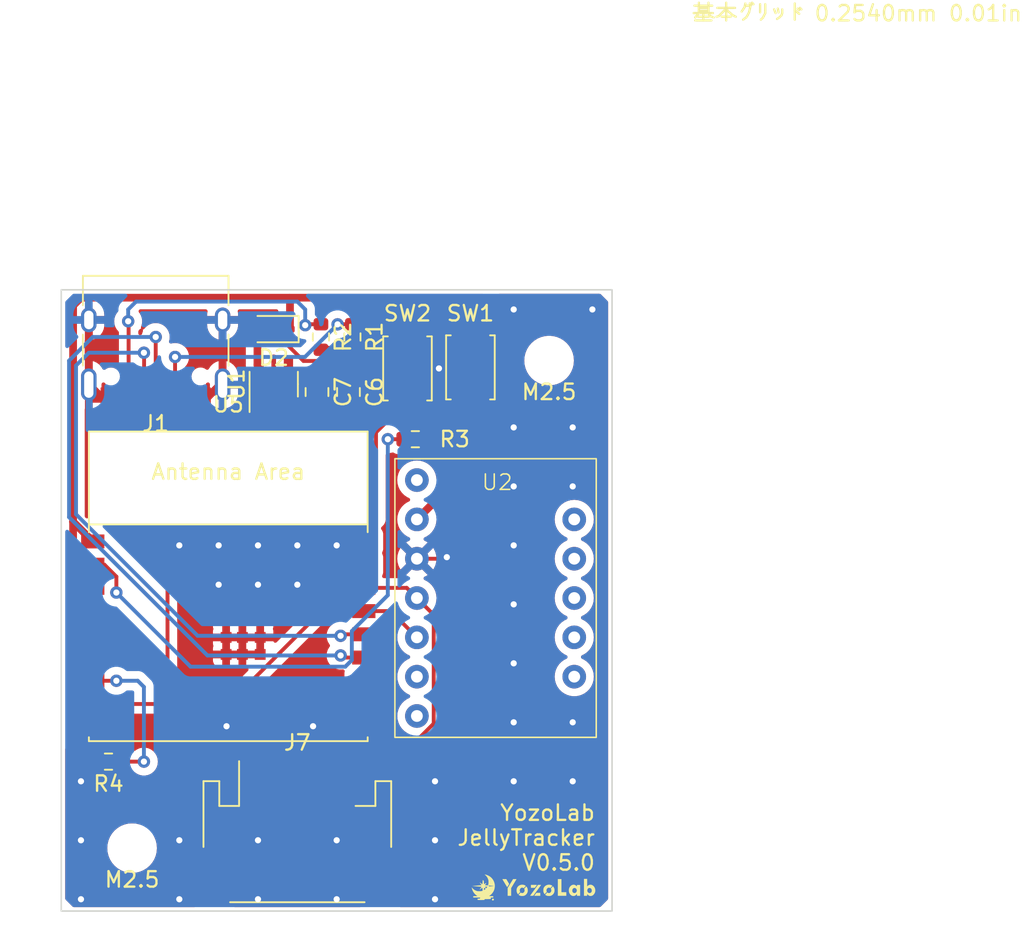
<source format=kicad_pcb>
(kicad_pcb (version 20221018) (generator pcbnew)
  (layers (0 "F.Cu" signal) (31 "B.Cu" signal) (34 "B.Paste" user) (35 "F.Paste" user) (36 "B.SilkS" user "B.Silkscreen") (37 "F.SilkS" user "F.Silkscreen") (38 "B.Mask" user) (39 "F.Mask" user) (44 "Edge.Cuts" user))
  (net 0 "")
  (net 1 "Net-(J1-CC1)")
  (net 2 "D+")
  (net 3 "D-")
  (net 5 "Net-(J1-CC2)")
  (net 7 "RESET")
  (net 8 "SDA")
  (net 9 "SCL")
  (net 10 "NotLow")
  (net 18 "EN{slash}ESP")
  (net 19 "3.3V")
  (net 20 "Net-(D2-A)")
  (net 21 "5V")
  (net 22 "GND")
  (net 33 "unconnected-(U1-BP-Pad4)")
  (footprint "PCM_Espressif:ESP32-C3-WROOM-02" (layer "F.Cu") (at 130.162 83.116)
    (fp_text reference "U5" (at 0 -14.75) (layer "F.SilkS"))
    (fp_text value "ESP32-C3-WROOM-02")
    (fp_text user "Antenna Area" (at 0 -10.4) (layer "F.SilkS"))
    (pad "1" smd rect (at -8.75 -5.9) (size 1.5 0.9) (layers "F.Cu" "F.Paste" "F.Mask") (net 19 "3.3V"))
    (pad "2" smd rect (at -8.75 -4.4) (size 1.5 0.9) (layers "F.Cu" "F.Paste" "F.Mask") (net 18 "EN{slash}ESP"))
    (pad "3" smd rect (at -8.75 -2.9) (size 1.5 0.9) (layers "F.Cu" "F.Paste" "F.Mask"))
    (pad "4" smd rect (at -8.75 -1.4) (size 1.5 0.9) (layers "F.Cu" "F.Paste" "F.Mask"))
    (pad "5" smd rect (at -8.75 0.1) (size 1.5 0.9) (layers "F.Cu" "F.Paste" "F.Mask"))
    (pad "6" smd rect (at -8.75 1.6) (size 1.5 0.9) (layers "F.Cu" "F.Paste" "F.Mask"))
    (pad "7" smd rect (at -8.75 3.1) (size 1.5 0.9) (layers "F.Cu" "F.Paste" "F.Mask") (net 10 "NotLow"))
    (pad "8" smd rect (at -8.75 4.6) (size 1.5 0.9) (layers "F.Cu" "F.Paste" "F.Mask") (net 7 "RESET"))
    (pad "9" smd rect (at -8.75 6.1) (size 1.5 0.9) (layers "F.Cu" "F.Paste" "F.Mask") (net 22 "GND"))
    (pad "10" smd rect (at 8.75 6.1 180) (size 1.5 0.9) (layers "F.Cu" "F.Paste" "F.Mask"))
    (pad "11" smd rect (at 8.75 4.6 180) (size 1.5 0.9) (layers "F.Cu" "F.Paste" "F.Mask"))
    (pad "12" smd rect (at 8.75 3.1 180) (size 1.5 0.9) (layers "F.Cu" "F.Paste" "F.Mask"))
    (pad "13" smd rect (at 8.75 1.6 180) (size 1.5 0.9) (layers "F.Cu" "F.Paste" "F.Mask") (net 3 "D-"))
    (pad "14" smd rect (at 8.75 0.1 180) (size 1.5 0.9) (layers "F.Cu" "F.Paste" "F.Mask") (net 2 "D+"))
    (pad "15" smd rect (at 8.75 -1.4 180) (size 1.5 0.9) (layers "F.Cu" "F.Paste" "F.Mask") (net 8 "SDA"))
    (pad "16" smd rect (at 8.75 -2.9 180) (size 1.5 0.9) (layers "F.Cu" "F.Paste" "F.Mask") (net 9 "SCL"))
    (pad "17" smd rect (at 8.75 -4.4 180) (size 1.5 0.9) (layers "F.Cu" "F.Paste" "F.Mask"))
    (pad "18" smd rect (at 8.75 -5.9 180) (size 1.5 0.9) (layers "F.Cu" "F.Paste" "F.Mask"))
    (pad "19" smd rect (at -0.14 -0.8 180) (size 0.7 0.7) (layers "F.Cu" "F.Paste" "F.Mask") (net 22 "GND"))
    (pad "19" smd rect (at -0.14 0.3 180) (size 0.7 0.7) (layers "F.Cu" "F.Paste" "F.Mask") (net 22 "GND"))
    (pad "19" smd rect (at -0.14 1.4 180) (size 0.7 0.7) (layers "F.Cu" "F.Paste" "F.Mask") (net 22 "GND"))
    (pad "19" smd rect (at 0.91 -0.8 180) (size 0.7 0.7) (layers "F.Cu" "F.Paste" "F.Mask") (net 22 "GND"))
    (pad "19" smd rect (at 0.91 0.3 180) (size 0.7 0.7) (layers "F.Cu" "F.Paste" "F.Mask") (net 22 "GND"))
    (pad "19" smd rect (at 0.91 1.4 180) (size 0.7 0.7) (layers "F.Cu" "F.Paste" "F.Mask") (net 22 "GND"))
    (pad "19" smd rect (at 2.06 -0.8 180) (size 0.7 0.7) (layers "F.Cu" "F.Paste" "F.Mask") (net 22 "GND"))
    (pad "19" smd rect (at 2.06 0.3 180) (size 0.7 0.7) (layers "F.Cu" "F.Paste" "F.Mask") (net 22 "GND"))
    (pad "19" smd rect (at 2.06 1.4 180) (size 0.7 0.7) (layers "F.Cu" "F.Paste" "F.Mask") (net 22 "GND"))
    (zone (net 0) (net_name "") (layers "*.Cu") (name "antenna keepout") (connect_pads (clearance 0)) (min_thickness 0.254)
      (keepout (tracks not_allowed) (vias not_allowed) (pads not_allowed) (copperpour not_allowed) (footprints not_allowed))
      (fill (thermal_gap 0.508) (thermal_bridge_width 0.508))
      (polygon (pts (xy 139.162 76.116) (xy 121.162 76.116) (xy 121.162 70.116) (xy 139.162 70.116)))
    )
  )
  (footprint "Resistor_SMD:R_0603_1608Metric" (layer "F.Cu") (at 142.24 70.612)
    (fp_text reference "R3" (at 2.54 0) (layer "F.SilkS"))
    (fp_text value "10k")
    (pad "1" smd roundrect (at -0.825 0) (size 0.8 0.95) (layers "F.Cu" "F.Paste" "F.Mask") (net 18 "EN{slash}ESP"))
    (pad "2" smd roundrect (at 0.825 0) (size 0.8 0.95) (layers "F.Cu" "F.Paste" "F.Mask") (net 19 "3.3V"))
  )
  (footprint "Button_Switch_SMD:SW_Push_SPST_NO_Alps_SKRK" (layer "F.Cu") (at 145.796 65.972 90)
    (fp_text reference "SW1" (at 3.488 0 180) (layer "F.SilkS"))
    (fp_text value "SW_Push")
    (pad "1" smd roundrect (at -2.1 0 90) (size 0.8 2) (layers "F.Cu" "F.Paste" "F.Mask") (net 18 "EN{slash}ESP"))
    (pad "2" smd roundrect (at 2.1 0 90) (size 0.8 2) (layers "F.Cu" "F.Paste" "F.Mask") (net 22 "GND"))
  )
  (footprint "Resistor_SMD:R_0603_1608Metric" (layer "F.Cu") (at 122.428 91.44 180)
    (fp_text reference "R4" (at 0 -1.43) (layer "F.SilkS"))
    (fp_text value "10k")
    (pad "1" smd roundrect (at -0.825 0 180) (size 0.8 0.95) (layers "F.Cu" "F.Paste" "F.Mask") (net 10 "NotLow"))
    (pad "2" smd roundrect (at 0.825 0 180) (size 0.8 0.95) (layers "F.Cu" "F.Paste" "F.Mask") (net 19 "3.3V"))
  )
  (footprint "Connector_USB:USB_C_Receptacle_HRO_TYPE-C-31-M-12" (layer "F.Cu") (at 125.476 63.956 180)
    (fp_text reference "J1" (at 0 -5.645) (layer "F.SilkS"))
    (fp_text value "USB_C_Receptacle_USB2.0")
    (pad "" np_thru_hole circle (at -2.89 -2.6 180) (size 0.65 0.65) (drill 0.65) (layers "*.Cu" "*.Mask"))
    (pad "" np_thru_hole circle (at 2.89 -2.6 180) (size 0.65 0.65) (drill 0.65) (layers "*.Cu" "*.Mask"))
    (pad "A1" smd rect (at -3.25 -4.045 180) (size 0.6 1.45) (layers "F.Cu" "F.Paste" "F.Mask") (net 22 "GND"))
    (pad "A4" smd rect (at -2.45 -4.045 180) (size 0.6 1.45) (layers "F.Cu" "F.Paste" "F.Mask") (net 21 "5V"))
    (pad "A5" smd rect (at -1.25 -4.045 180) (size 0.3 1.45) (layers "F.Cu" "F.Paste" "F.Mask") (net 1 "Net-(J1-CC1)"))
    (pad "A6" smd rect (at -0.25 -4.045 180) (size 0.3 1.45) (layers "F.Cu" "F.Paste" "F.Mask") (net 2 "D+"))
    (pad "A7" smd rect (at 0.25 -4.045 180) (size 0.3 1.45) (layers "F.Cu" "F.Paste" "F.Mask") (net 3 "D-"))
    (pad "A8" smd rect (at 1.25 -4.045 180) (size 0.3 1.45) (layers "F.Cu" "F.Paste" "F.Mask"))
    (pad "A9" smd rect (at 2.45 -4.045 180) (size 0.6 1.45) (layers "F.Cu" "F.Paste" "F.Mask") (net 21 "5V"))
    (pad "A12" smd rect (at 3.25 -4.045 180) (size 0.6 1.45) (layers "F.Cu" "F.Paste" "F.Mask") (net 22 "GND"))
    (pad "B1" smd rect (at 3.25 -4.045 180) (size 0.6 1.45) (layers "F.Cu" "F.Paste" "F.Mask") (net 22 "GND"))
    (pad "B4" smd rect (at 2.45 -4.045 180) (size 0.6 1.45) (layers "F.Cu" "F.Paste" "F.Mask") (net 21 "5V"))
    (pad "B5" smd rect (at 1.75 -4.045 180) (size 0.3 1.45) (layers "F.Cu" "F.Paste" "F.Mask") (net 5 "Net-(J1-CC2)"))
    (pad "B6" smd rect (at 0.75 -4.045 180) (size 0.3 1.45) (layers "F.Cu" "F.Paste" "F.Mask") (net 2 "D+"))
    (pad "B7" smd rect (at -0.75 -4.045 180) (size 0.3 1.45) (layers "F.Cu" "F.Paste" "F.Mask") (net 3 "D-"))
    (pad "B8" smd rect (at -1.75 -4.045 180) (size 0.3 1.45) (layers "F.Cu" "F.Paste" "F.Mask"))
    (pad "B9" smd rect (at -2.45 -4.045 180) (size 0.6 1.45) (layers "F.Cu" "F.Paste" "F.Mask") (net 21 "5V"))
    (pad "B12" smd rect (at -3.25 -4.045 180) (size 0.6 1.45) (layers "F.Cu" "F.Paste" "F.Mask") (net 22 "GND"))
    (pad "S1" thru_hole oval (at -4.32 -3.13 180) (size 1 2.1) (drill oval 0.6 1.7) (layers "*.Cu" "*.Mask") (net 22 "GND"))
    (pad "S1" thru_hole oval (at -4.32 1.05 180) (size 1 1.6) (drill oval 0.6 1.2) (layers "*.Cu" "*.Mask") (net 22 "GND"))
    (pad "S1" thru_hole oval (at 4.32 -3.13 180) (size 1 2.1) (drill oval 0.6 1.7) (layers "*.Cu" "*.Mask") (net 22 "GND"))
    (pad "S1" thru_hole oval (at 4.32 1.05 180) (size 1 1.6) (drill oval 0.6 1.2) (layers "*.Cu" "*.Mask") (net 22 "GND"))
  )
  (footprint "Resistor_SMD:R_0603_1608Metric" (layer "F.Cu") (at 138.176 64.008 -90)
    (fp_text reference "R1" (at 0 -1.43 90) (layer "F.SilkS"))
    (fp_text value "5.1k")
    (pad "1" smd roundrect (at -0.825 0 270) (size 0.8 0.95) (layers "F.Cu" "F.Paste" "F.Mask") (net 1 "Net-(J1-CC1)"))
    (pad "2" smd roundrect (at 0.825 0 270) (size 0.8 0.95) (layers "F.Cu" "F.Paste" "F.Mask") (net 22 "GND"))
  )
  (footprint "Resistor_SMD:R_0603_1608Metric" (layer "F.Cu") (at 136.144 64.008 -90)
    (fp_text reference "R2" (at 0 -1.43 90) (layer "F.SilkS"))
    (fp_text value "5.1k")
    (pad "1" smd roundrect (at -0.825 0 270) (size 0.8 0.95) (layers "F.Cu" "F.Paste" "F.Mask") (net 5 "Net-(J1-CC2)"))
    (pad "2" smd roundrect (at 0.825 0 270) (size 0.8 0.95) (layers "F.Cu" "F.Paste" "F.Mask") (net 22 "GND"))
  )
  (footprint "Yozolab:logo" (layer "F.Cu") (at 149.86 99.568)
    (fp_text reference "G***" hide)
    (fp_text value "LOGO" hide)
  )
  (footprint "MountingHole:MountingHole_2.7mm_M2.5" (layer "F.Cu") (at 123.952 97.028)
    (fp_text reference "M2.5" (at 0 2.032) (layer "F.SilkS"))
    (fp_text value "MountingHole_2.7mm_M2.5" hide)
    (pad "" np_thru_hole circle (at 0 0) (size 2.7 2.7) (drill 2.7) (layers "F&B.Cu" "*.Mask"))
  )
  (footprint "Capacitor_SMD:C_0805_2012Metric" (layer "F.Cu") (at 135.89 67.564 -90)
    (fp_text reference "C7" (at 0 -1.68 -90) (layer "F.SilkS"))
    (fp_text value "1μF")
    (pad "1" smd roundrect (at -0.95 0 270) (size 1 1.45) (layers "F.Cu" "F.Paste" "F.Mask") (net 22 "GND"))
    (pad "2" smd roundrect (at 0.95 0 270) (size 1 1.45) (layers "F.Cu" "F.Paste" "F.Mask") (net 21 "5V"))
  )
  (footprint "Capacitor_SMD:C_0805_2012Metric" (layer "F.Cu") (at 137.922 67.564 -90)
    (fp_text reference "C6" (at 0 -1.68 -90) (layer "F.SilkS"))
    (fp_text value "1μF")
    (pad "1" smd roundrect (at -0.95 0 270) (size 1 1.45) (layers "F.Cu" "F.Paste" "F.Mask") (net 20 "Net-(D2-A)"))
    (pad "2" smd roundrect (at 0.95 0 270) (size 1 1.45) (layers "F.Cu" "F.Paste" "F.Mask") (net 22 "GND"))
  )
  (footprint "Package_TO_SOT_SMD:SOT-23-5" (layer "F.Cu") (at 133.096 67.056 90)
    (fp_text reference "U1" (at 0 -2.4 90) (layer "F.SilkS"))
    (fp_text value "ME6211C33M5G-N")
    (pad "1" smd roundrect (at -1.1375 -0.95 90) (size 1.325 0.6) (layers "F.Cu" "F.Paste" "F.Mask") (net 21 "5V"))
    (pad "2" smd roundrect (at -1.1375 0 90) (size 1.325 0.6) (layers "F.Cu" "F.Paste" "F.Mask") (net 22 "GND"))
    (pad "3" smd roundrect (at -1.1375 0.95 90) (size 1.325 0.6) (layers "F.Cu" "F.Paste" "F.Mask") (net 21 "5V"))
    (pad "4" smd roundrect (at 1.1375 0.95 90) (size 1.325 0.6) (layers "F.Cu" "F.Paste" "F.Mask") (net 33 "unconnected-(U1-BP-Pad4)"))
    (pad "5" smd roundrect (at 1.1375 -0.95 90) (size 1.325 0.6) (layers "F.Cu" "F.Paste" "F.Mask") (net 20 "Net-(D2-A)"))
  )
  (footprint "Diode_SMD:D_SOD-323" (layer "F.Cu") (at 133.096 63.5 180)
    (fp_text reference "D2" (at 0 -1.85) (layer "F.SilkS"))
    (fp_text value "CUS10S30\n")
    (pad "1" smd roundrect (at -1.05 0 180) (size 0.6 0.45) (layers "F.Cu" "F.Paste" "F.Mask") (net 19 "3.3V"))
    (pad "2" smd roundrect (at 1.05 0 180) (size 0.6 0.45) (layers "F.Cu" "F.Paste" "F.Mask") (net 20 "Net-(D2-A)"))
  )
  (footprint "Connector_JST:JST_PH_S4B-PH-SM4-TB_1x04-1MP_P2.00mm_Horizontal" (layer "F.Cu") (at 134.62 96.012)
    (fp_text reference "J7" (at 0 -5.8) (layer "F.SilkS"))
    (fp_text value "JST-PH 2.0")
    (pad "1" smd roundrect (at -3 -2.85) (size 1 3.5) (layers "F.Cu" "F.Paste" "F.Mask") (net 8 "SDA"))
    (pad "2" smd roundrect (at -1 -2.85) (size 1 3.5) (layers "F.Cu" "F.Paste" "F.Mask") (net 19 "3.3V"))
    (pad "3" smd roundrect (at 1 -2.85) (size 1 3.5) (layers "F.Cu" "F.Paste" "F.Mask") (net 22 "GND"))
    (pad "4" smd roundrect (at 3 -2.85) (size 1 3.5) (layers "F.Cu" "F.Paste" "F.Mask") (net 9 "SCL"))
    (pad "MP" smd roundrect (at -5.35 2.9) (size 1.5 3.4) (layers "F.Cu" "F.Paste" "F.Mask") (roundrect_rratio 0.1666673333))
    (pad "MP" smd roundrect (at 5.35 2.9) (size 1.5 3.4) (layers "F.Cu" "F.Paste" "F.Mask") (roundrect_rratio 0.1666673333))
  )
  (footprint "MountingHole:MountingHole_2.7mm_M2.5" (layer "F.Cu") (at 150.876 65.532)
    (fp_text reference "M2.5" (at 0 2.032) (layer "F.SilkS"))
    (fp_text value "MountingHole_2.7mm_M2.5" hide)
    (pad "" np_thru_hole circle (at 0 0) (size 2.7 2.7) (drill 2.7) (layers "F&B.Cu" "*.Mask"))
  )
  (footprint "Yozolab:BMI160-Module" (layer "F.Cu") (at 140.92 71.872)
    (fp_text reference "U2" (at 6.604 1.524 unlocked) (layer "F.SilkS") (effects (font (thickness 0.1))))
    (fp_text value "~")
    (pad "1" thru_hole circle (at 1.42 1.38 90) (size 1.524 1.524) (drill 0.762) (layers "*.Cu" "*.Mask"))
    (pad "2" thru_hole circle (at 1.42 3.92 90) (size 1.524 1.524) (drill 0.762) (layers "*.Cu" "*.Mask") (net 19 "3.3V"))
    (pad "3" thru_hole circle (at 1.42 6.46 90) (size 1.524 1.524) (drill 0.762) (layers "*.Cu" "*.Mask") (net 22 "GND"))
    (pad "4" thru_hole circle (at 1.42 9 90) (size 1.524 1.524) (drill 0.762) (layers "*.Cu" "*.Mask") (net 9 "SCL"))
    (pad "5" thru_hole circle (at 1.42 11.54 90) (size 1.524 1.524) (drill 0.762) (layers "*.Cu" "*.Mask") (net 8 "SDA"))
    (pad "6" thru_hole circle (at 1.42 14.08 90) (size 1.524 1.524) (drill 0.762) (layers "*.Cu" "*.Mask"))
    (pad "7" thru_hole circle (at 1.42 16.62 90) (size 1.524 1.524) (drill 0.762) (layers "*.Cu" "*.Mask"))
    (pad "8" thru_hole circle (at 11.58 3.92 90) (size 1.524 1.524) (drill 0.762) (layers "*.Cu" "*.Mask"))
    (pad "9" thru_hole circle (at 11.58 6.46 90) (size 1.524 1.524) (drill 0.762) (layers "*.Cu" "*.Mask"))
    (pad "10" thru_hole circle (at 11.58 9 90) (size 1.524 1.524) (drill 0.762) (layers "*.Cu" "*.Mask"))
    (pad "11" thru_hole circle (at 11.58 11.54 90) (size 1.524 1.524) (drill 0.762) (layers "*.Cu" "*.Mask"))
    (pad "12" thru_hole circle (at 11.58 14.08 90) (size 1.524 1.524) (drill 0.762) (layers "*.Cu" "*.Mask"))
  )
  (footprint "Button_Switch_SMD:SW_Push_SPST_NO_Alps_SKRK" (layer "F.Cu") (at 141.732 66.04 90)
    (fp_text reference "SW2" (at 3.556 0) (layer "F.SilkS"))
    (fp_text value "SW_Push")
    (pad "1" smd roundrect (at -2.1 0 90) (size 0.8 2) (layers "F.Cu" "F.Paste" "F.Mask") (net 7 "RESET"))
    (pad "2" smd roundrect (at 2.1 0 90) (size 0.8 2) (layers "F.Cu" "F.Paste" "F.Mask") (net 22 "GND"))
  )
  (gr_rect (start 119.38 60.96) (end 154.94 101.092) (stroke (width 0.1)) (fill none) (layer "Edge.Cuts"))
  (gr_text "YozoLab\nJellyTracker\nV0.5.0" (at 153.924 98.552) (layer "F.SilkS") (effects (font (size 1 1)) (justify right bottom)))
  (gr_text "基本グリッド 0.2540mm 0.01in\n" (at 160.02 43.688) (layer "F.SilkS") (effects (font (size 1 1)) (justify left bottom)))
  (segment (start 126.726 65.298) (end 126.726 68.001) (width 0.25) (layer "F.Cu") (net 1))
  (segment (start 138.176 63.183) (end 137.227219 63.183) (width 0.25) (layer "F.Cu") (net 1))
  (segment (start 137.227219 63.183) (end 137.2185 63.191719) (width 0.25) (layer "F.Cu") (net 1))
  (via (at 126.726 65.298) (size 0.8) (drill 0.4) (layers "F.Cu" "B.Cu") (net 1))
  (via (at 137.2185 63.191719) (size 0.8) (drill 0.4) (layers "F.Cu" "B.Cu") (net 1))
  (segment (start 137.2185 63.191719) (end 135.112219 65.298) (width 0.25) (layer "B.Cu") (net 1))
  (segment (start 136.960281 63.191719) (end 137.2185 63.191719) (width 0.25) (layer "B.Cu") (net 1))
  (segment (start 135.112219 65.298) (end 126.726 65.298) (width 0.25) (layer "B.Cu") (net 1))
  (segment (start 137.51 83.216) (end 137.414 83.312) (width 0.25) (layer "F.Cu") (net 2))
  (segment (start 125.476 69.088) (end 125.726 68.838) (width 0.25) (layer "F.Cu") (net 2))
  (segment (start 125.726 68.838) (end 125.726 68.001) (width 0.25) (layer "F.Cu") (net 2))
  (segment (start 124.714 65.024) (end 124.726 65.036) (width 0.25) (layer "F.Cu") (net 2))
  (segment (start 124.726 65.036) (end 124.726 68.001) (width 0.25) (layer "F.Cu") (net 2))
  (segment (start 124.726 68.001) (end 124.726 68.83562) (width 0.25) (layer "F.Cu") (net 2))
  (segment (start 138.912 83.216) (end 137.51 83.216) (width 0.25) (layer "F.Cu") (net 2))
  (segment (start 124.97838 69.088) (end 125.476 69.088) (width 0.25) (layer "F.Cu") (net 2))
  (segment (start 124.726 68.83562) (end 124.97838 69.088) (width 0.25) (layer "F.Cu") (net 2))
  (via (at 124.714 65.024) (size 0.8) (drill 0.4) (layers "F.Cu" "B.Cu") (net 2))
  (via (at 137.414 83.312) (size 0.8) (drill 0.4) (layers "F.Cu" "B.Cu") (net 2))
  (segment (start 120.331 65.851) (end 121.158 65.024) (width 0.25) (layer "B.Cu") (net 2))
  (segment (start 128.181222 83.312) (end 120.331 75.461778) (width 0.25) (layer "B.Cu") (net 2))
  (segment (start 120.331 75.461778) (end 120.331 65.851) (width 0.25) (layer "B.Cu") (net 2))
  (segment (start 137.414 83.312) (end 128.181222 83.312) (width 0.25) (layer "B.Cu") (net 2))
  (segment (start 121.158 65.024) (end 124.714 65.024) (width 0.25) (layer "B.Cu") (net 2))
  (segment (start 125.226 67.16638) (end 125.44138 66.951) (width 0.25) (layer "F.Cu") (net 3))
  (segment (start 137.548 84.716) (end 137.414 84.582) (width 0.25) (layer "F.Cu") (net 3))
  (segment (start 138.912 84.716) (end 137.548 84.716) (width 0.25) (layer "F.Cu") (net 3))
  (segment (start 125.51062 66.951) (end 125.73 66.951) (width 0.25) (layer "F.Cu") (net 3))
  (segment (start 125.476 64.008) (end 125.476 66.91638) (width 0.25) (layer "F.Cu") (net 3))
  (segment (start 125.226 68.001) (end 125.226 67.16638) (width 0.25) (layer "F.Cu") (net 3))
  (segment (start 125.476 66.91638) (end 125.51062 66.951) (width 0.25) (layer "F.Cu") (net 3))
  (segment (start 125.73 66.951) (end 126.028 66.951) (width 0.25) (layer "F.Cu") (net 3))
  (segment (start 126.028 66.951) (end 126.226 67.149) (width 0.25) (layer "F.Cu") (net 3))
  (segment (start 126.226 67.149) (end 126.226 68.001) (width 0.25) (layer "F.Cu") (net 3))
  (segment (start 125.44138 66.951) (end 125.73 66.951) (width 0.25) (layer "F.Cu") (net 3))
  (via (at 137.414 84.582) (size 0.8) (drill 0.4) (layers "F.Cu" "B.Cu") (net 3))
  (via (at 125.476 64.008) (size 0.8) (drill 0.4) (layers "F.Cu" "B.Cu") (net 3))
  (segment (start 128.814826 84.582) (end 119.881 75.648174) (width 0.25) (layer "B.Cu") (net 3))
  (segment (start 119.881 75.648174) (end 119.881 65.539) (width 0.25) (layer "B.Cu") (net 3))
  (segment (start 137.414 84.582) (end 128.814826 84.582) (width 0.25) (layer "B.Cu") (net 3))
  (segment (start 121.412 64.008) (end 125.476 64.008) (width 0.25) (layer "B.Cu") (net 3))
  (segment (start 119.881 65.539) (end 121.412 64.008) (width 0.25) (layer "B.Cu") (net 3))
  (segment (start 123.726 63.02) (end 123.726 68.001) (width 0.25) (layer "F.Cu") (net 5))
  (segment (start 135.191 63.183) (end 135.128 63.246) (width 0.25) (layer "F.Cu") (net 5))
  (segment (start 136.144 63.183) (end 135.191 63.183) (width 0.25) (layer "F.Cu") (net 5))
  (segment (start 123.698 62.992) (end 123.726 63.02) (width 0.25) (layer "F.Cu") (net 5))
  (via (at 135.128 63.246) (size 0.8) (drill 0.4) (layers "F.Cu" "B.Cu") (net 5))
  (via (at 123.698 62.992) (size 0.8) (drill 0.4) (layers "F.Cu" "B.Cu") (net 5))
  (segment (start 135.128 62.23) (end 134.62 61.722) (width 0.25) (layer "B.Cu") (net 5))
  (segment (start 135.128 63.246) (end 135.128 62.23) (width 0.25) (layer "B.Cu") (net 5))
  (segment (start 123.698 62.23) (end 123.698 62.992) (width 0.25) (layer "B.Cu") (net 5))
  (segment (start 124.206 61.722) (end 123.698 62.23) (width 0.25) (layer "B.Cu") (net 5))
  (segment (start 134.62 61.722) (end 124.206 61.722) (width 0.25) (layer "B.Cu") (net 5))
  (segment (start 141.732 68.14) (end 139.7 70.172) (width 0.25) (layer "F.Cu") (net 7))
  (segment (start 139.013778 76.441) (end 138.02738 76.441) (width 0.25) (layer "F.Cu") (net 7))
  (segment (start 126.746 76.454) (end 126.238 76.962) (width 0.25) (layer "F.Cu") (net 7))
  (segment (start 138.01438 76.454) (end 126.746 76.454) (width 0.25) (layer "F.Cu") (net 7))
  (segment (start 126.238 87.122) (end 125.644 87.716) (width 0.25) (layer "F.Cu") (net 7))
  (segment (start 139.7 75.754778) (end 139.013778 76.441) (width 0.25) (layer "F.Cu") (net 7))
  (segment (start 125.644 87.716) (end 121.412 87.716) (width 0.25) (layer "F.Cu") (net 7))
  (segment (start 139.7 70.172) (end 139.7 75.754778) (width 0.25) (layer "F.Cu") (net 7))
  (segment (start 138.02738 76.441) (end 138.01438 76.454) (width 0.25) (layer "F.Cu") (net 7))
  (segment (start 126.238 76.962) (end 126.238 87.122) (width 0.25) (layer "F.Cu") (net 7))
  (segment (start 140.644 81.716) (end 142.34 83.412) (width 0.25) (layer "F.Cu") (net 8))
  (segment (start 131.62 86.27762) (end 131.62 93.162) (width 0.25) (layer "F.Cu") (net 8))
  (segment (start 138.912 81.716) (end 140.644 81.716) (width 0.25) (layer "F.Cu") (net 8))
  (segment (start 138.912 81.716) (end 136.18162 81.716) (width 0.25) (layer "F.Cu") (net 8))
  (segment (start 136.18162 81.716) (end 131.62 86.27762) (width 0.25) (layer "F.Cu") (net 8))
  (segment (start 143.427 88.983) (end 139.248 93.162) (width 0.25) (layer "F.Cu") (net 9))
  (segment (start 142.34 80.872) (end 143.427 81.959) (width 0.25) (layer "F.Cu") (net 9))
  (segment (start 143.427 81.959) (end 143.427 88.983) (width 0.25) (layer "F.Cu") (net 9))
  (segment (start 138.912 80.216) (end 141.684 80.216) (width 0.25) (layer "F.Cu") (net 9))
  (segment (start 141.684 80.216) (end 142.34 80.872) (width 0.25) (layer "F.Cu") (net 9))
  (segment (start 139.248 93.162) (end 137.62 93.162) (width 0.25) (layer "F.Cu") (net 9))
  (segment (start 124.714 91.44) (end 123.253 91.44) (width 0.25) (layer "F.Cu") (net 10))
  (segment (start 122.936 86.216) (end 121.412 86.216) (width 0.25) (layer "F.Cu") (net 10))
  (via (at 124.714 91.44) (size 0.8) (drill 0.4) (layers "F.Cu" "B.Cu") (net 10))
  (via (at 122.936 86.216) (size 0.8) (drill 0.4) (layers "F.Cu" "B.Cu") (net 10))
  (segment (start 124.714 86.614) (end 124.714 91.44) (width 0.25) (layer "B.Cu") (net 10))
  (segment (start 122.936 86.216) (end 124.316 86.216) (width 0.25) (layer "B.Cu") (net 10))
  (segment (start 124.316 86.216) (end 124.714 86.614) (width 0.25) (layer "B.Cu") (net 10))
  (segment (start 145.003 68.865) (end 143.162 68.865) (width 0.25) (layer "F.Cu") (net 18))
  (segment (start 145.796 68.072) (end 145.003 68.865) (width 0.25) (layer "F.Cu") (net 18))
  (segment (start 143.162 68.865) (end 141.415 70.612) (width 0.25) (layer "F.Cu") (net 18))
  (segment (start 122.936 79.49) (end 122.162 78.716) (width 0.25) (layer "F.Cu") (net 18))
  (segment (start 141.415 70.612) (end 140.462 70.612) (width 0.25) (layer "F.Cu") (net 18))
  (segment (start 122.162 78.716) (end 121.412 78.716) (width 0.25) (layer "F.Cu") (net 18))
  (segment (start 122.936 80.518) (end 122.936 79.49) (width 0.25) (layer "F.Cu") (net 18))
  (via (at 122.936 80.518) (size 0.8) (drill 0.4) (layers "F.Cu" "B.Cu") (net 18))
  (via (at 140.462 70.612) (size 0.8) (drill 0.4) (layers "F.Cu" "B.Cu") (net 18))
  (segment (start 138.139 83.011695) (end 138.139 84.882305) (width 0.25) (layer "B.Cu") (net 18))
  (segment (start 138.139 84.882305) (end 137.714305 85.307) (width 0.25) (layer "B.Cu") (net 18))
  (segment (start 137.714305 85.307) (end 127.725 85.307) (width 0.25) (layer "B.Cu") (net 18))
  (segment (start 127.725 85.307) (end 122.936 80.518) (width 0.25) (layer "B.Cu") (net 18))
  (segment (start 140.462 70.612) (end 140.462 80.688695) (width 0.25) (layer "B.Cu") (net 18))
  (segment (start 140.462 80.688695) (end 138.139 83.011695) (width 0.25) (layer "B.Cu") (net 18))
  (segment (start 120.142 75.946) (end 121.412 77.216) (width 0.5) (layer "F.Cu") (net 19))
  (segment (start 133.62 95.362) (end 125.721604 95.362) (width 0.5) (layer "F.Cu") (net 19))
  (segment (start 120.142 61.976) (end 120.65 61.468) (width 0.5) (layer "F.Cu") (net 19))
  (segment (start 133.62 94.912) (end 133.62 95.343) (width 0.5) (layer "F.Cu") (net 19))
  (segment (start 134.112 61.468) (end 146.558 61.468) (width 0.5) (layer "F.Cu") (net 19))
  (segment (start 142.34 75.792) (end 147.246 70.886) (width 0.5) (layer "F.Cu") (net 19))
  (segment (start 146.972 70.612) (end 143.065 70.612) (width 0.5) (layer "F.Cu") (net 19))
  (segment (start 147.246 70.886) (end 147.246 69.596) (width 0.5) (layer "F.Cu") (net 19))
  (segment (start 120.142 89.782396) (end 120.843802 90.484198) (width 0.5) (layer "F.Cu") (net 19))
  (segment (start 147.246 70.886) (end 146.972 70.612) (width 0.5) (layer "F.Cu") (net 19))
  (segment (start 120.843802 90.484198) (end 121.603 91.243396) (width 0.5) (layer "F.Cu") (net 19))
  (segment (start 133.62 93.162) (end 133.62 94.912) (width 0.5) (layer "F.Cu") (net 19))
  (segment (start 147.246 62.156) (end 147.246 69.596) (width 0.5) (layer "F.Cu") (net 19))
  (segment (start 146.558 61.468) (end 147.246 62.156) (width 0.5) (layer "F.Cu") (net 19))
  (segment (start 120.142 75.946) (end 120.142 61.976) (width 0.5) (layer "F.Cu") (net 19))
  (segment (start 146.7 95.362) (end 147.246 94.816) (width 0.5) (layer "F.Cu") (net 19))
  (segment (start 121.603 91.243396) (end 121.603 91.44) (width 0.5) (layer "F.Cu") (net 19))
  (segment (start 134.146 63.5) (end 134.146 61.502) (width 0.5) (layer "F.Cu") (net 19))
  (segment (start 120.142 75.946) (end 120.142 89.782396) (width 0.5) (layer "F.Cu") (net 19))
  (segment (start 143.065 70.612) (end 143.256 70.612) (width 0.25) (layer "F.Cu") (net 19))
  (segment (start 147.246 94.816) (end 147.246 69.596) (width 0.5) (layer "F.Cu") (net 19))
  (segment (start 133.62 94.912) (end 133.62 95.362) (width 0.5) (layer "F.Cu") (net 19))
  (segment (start 125.721604 95.362) (end 120.843802 90.484198) (width 0.5) (layer "F.Cu") (net 19))
  (segment (start 134.146 61.502) (end 134.112 61.468) (width 0.5) (layer "F.Cu") (net 19))
  (segment (start 133.62 95.343) (end 133.639 95.362) (width 0.5) (layer "F.Cu") (net 19))
  (segment (start 133.639 95.362) (end 146.7 95.362) (width 0.5) (layer "F.Cu") (net 19))
  (segment (start 120.65 61.468) (end 134.112 61.468) (width 0.5) (layer "F.Cu") (net 19))
  (segment (start 135.019752 65.558) (end 136.866 65.558) (width 0.25) (layer "F.Cu") (net 20))
  (segment (start 132.046 64.516) (end 132.046 65.8185) (width 0.5) (layer "F.Cu") (net 20))
  (segment (start 136.866 65.558) (end 137.922 66.614) (width 0.25) (layer "F.Cu") (net 20))
  (segment (start 132.046 63.5) (end 132.046 64.516) (width 0.5) (layer "F.Cu") (net 20))
  (segment (start 132.08 65.8525) (end 132.146 65.9185) (width 0.25) (layer "F.Cu") (net 20))
  (segment (start 132.046 65.8185) (end 132.146 65.9185) (width 0.5) (layer "F.Cu") (net 20))
  (segment (start 133.977752 64.516) (end 132.046 64.516) (width 0.25) (layer "F.Cu") (net 20))
  (segment (start 133.977752 64.516) (end 135.019752 65.558) (width 0.25) (layer "F.Cu") (net 20))
  (segment (start 132.146 69.53) (end 131.81 69.866) (width 0.5) (layer "F.Cu") (net 21))
  (segment (start 131.81 69.866) (end 131.064 69.866) (width 0.5) (layer "F.Cu") (net 21))
  (segment (start 131.064 69.866) (end 125.984 69.866) (width 0.5) (layer "F.Cu") (net 21))
  (segment (start 133.693 69.866) (end 133.35 69.866) (width 0.5) (layer "F.Cu") (net 21))
  (segment (start 134.046 68.1935) (end 134.046 69.513) (width 0.5) (layer "F.Cu") (net 21))
  (segment (start 125.984 69.866) (end 127.432396 69.866) (width 0.5) (layer "F.Cu") (net 21))
  (segment (start 133.35 69.866) (end 135.493 69.866) (width 0.5) (layer "F.Cu") (net 21))
  (segment (start 123.026 69.686) (end 123.206 69.866) (width 0.5) (layer "F.Cu") (net 21))
  (segment (start 123.206 69.866) (end 125.984 69.866) (width 0.5) (layer "F.Cu") (net 21))
  (segment (start 134.046 69.513) (end 133.693 69.866) (width 0.5) (layer "F.Cu") (net 21))
  (segment (start 132.146 68.1935) (end 132.146 69.53) (width 0.5) (layer "F.Cu") (net 21))
  (segment (start 123.026 68.255) (end 123.026 69.686) (width 0.5) (layer "F.Cu") (net 21))
  (segment (start 135.89 69.469) (end 135.89 68.514) (width 0.5) (layer "F.Cu") (net 21))
  (segment (start 127.432396 69.866) (end 127.926 69.372396) (width 0.5) (layer "F.Cu") (net 21))
  (segment (start 135.493 69.866) (end 135.89 69.469) (width 0.5) (layer "F.Cu") (net 21))
  (segment (start 127.926 69.372396) (end 127.926 68.255) (width 0.5) (layer "F.Cu") (net 21))
  (segment (start 133.35 69.866) (end 131.064 69.866) (width 0.5) (layer "F.Cu") (net 21))
  (segment (start 128.726 68.001) (end 128.881 68.001) (width 0.25) (layer "F.Cu") (net 22))
  (segment (start 139.101 65.369) (end 140.53 63.94) (width 0.5) (layer "F.Cu") (net 22))
  (segment (start 129.641 67.086) (end 128.726 68.001) (width 0.5) (layer "F.Cu") (net 22))
  (segment (start 139.101 66.294) (end 139.101 65.369) (width 0.5) (layer "F.Cu") (net 22))
  (segment (start 135.62 89.17) (end 135.62 93.162) (width 0.25) (layer "F.Cu") (net 22))
  (segment (start 140.53 63.94) (end 141.732 63.94) (width 0.5) (layer "F.Cu") (net 22))
  (segment (start 133.096 67.564) (end 133.096 68.1935) (width 0.25) (layer "F.Cu") (net 22))
  (segment (start 130.022 82.316) (end 132.222 82.316) (width 0.25) (layer "F.Cu") (net 22))
  (segment (start 135.636 89.154) (end 135.62 89.17) (width 0.25) (layer "F.Cu") (net 22))
  (segment (start 144.172 78.332) (end 144.272 78.232) (width 0.25) (layer "F.Cu") (net 22))
  (segment (start 130.022 82.316) (end 130.022 84.516) (width 0.25) (layer "F.Cu") (net 22))
  (segment (start 138.565 64.833) (end 139.101 65.369) (width 0.5) (layer "F.Cu") (net 22))
  (segment (start 121.156 67.816) (end 121.156 67.086) (width 0.5) (layer "F.Cu") (net 22))
  (segment (start 139.101 67.414) (end 139.022 67.414) (width 0.5) (layer "F.Cu") (net 22))
  (segment (start 122.226 68.001) (end 122.071 68.001) (width 0.5) (layer "F.Cu") (net 22))
  (segment (start 139.101 66.571) (end 139.101 66.802) (width 0.25) (layer "F.Cu") (net 22))
  (segment (start 137.79 68.514) (end 135.89 66.614) (width 0.5) (layer "F.Cu") (net 22))
  (segment (start 138.176 64.833) (end 138.565 64.833) (width 0.5) (layer "F.Cu") (net 22))
  (segment (start 141.732 63.94) (end 143.764 63.94) (width 0.5) (layer "F.Cu") (net 22))
  (segment (start 129.796 62.906) (end 129.796 67.086) (width 0.5) (layer "F.Cu") (net 22))
  (segment (start 139.101 66.802) (end 139.101 67.414) (width 0.5) (layer "F.Cu") (net 22))
  (segment (start 138.176 64.833) (end 136.144 64.833) (width 0.5) (layer "F.Cu") (net 22))
  (segment (start 130.048 89.154) (end 129.986 89.216) (width 0.25) (layer "F.Cu") (net 22))
  (segment (start 122.071 68.001) (end 121.156 67.086) (width 0.5) (layer "F.Cu") (net 22))
  (segment (start 145.728 63.94) (end 145.796 63.872) (width 0.5) (layer "F.Cu") (net 22))
  (segment (start 129.986 89.216) (end 121.412 89.216) (width 0.25) (layer "F.Cu") (net 22))
  (segment (start 121.156 62.906) (end 121.156 67.086) (width 0.5) (layer "F.Cu") (net 22))
  (segment (start 143.764 63.94) (end 145.728 63.94) (width 0.5) (layer "F.Cu") (net 22))
  (segment (start 129.796 67.086) (end 129.641 67.086) (width 0.5) (layer "F.Cu") (net 22))
  (segment (start 136.022 66.614) (end 135.89 66.614) (width 0.25) (layer "F.Cu") (net 22))
  (segment (start 139.022 67.414) (end 137.922 68.514) (width 0.5) (layer "F.Cu") (net 22))
  (segment (start 131.072 84.516) (end 131.072 82.316) (width 0.25) (layer "F.Cu") (net 22))
  (segment (start 137.922 68.514) (end 137.79 68.514) (width 0.5) (layer "F.Cu") (net 22))
  (segment (start 132.222 84.516) (end 132.222 82.316) (width 0.25) (layer "F.Cu") (net 22))
  (segment (start 133.550148 67.109852) (end 133.096 67.564) (width 0.25) (layer "F.Cu") (net 22))
  (segment (start 143.764 66.04) (end 143.764 63.94) (width 0.25) (layer "F.Cu") (net 22))
  (segment (start 135.89 66.614) (end 135.394148 67.109852) (width 0.25) (layer "F.Cu") (net 22))
  (segment (start 132.222 83.416) (end 130.022 83.416) (width 0.25) (layer "F.Cu") (net 22))
  (segment (start 135.394148 67.109852) (end 133.550148 67.109852) (width 0.25) (layer "F.Cu") (net 22))
  (segment (start 142.34 78.332) (end 144.172 78.332) (width 0.25) (layer "F.Cu") (net 22))
  (segment (start 121.156 67.086) (end 121.311 67.086) (width 0.25) (layer "F.Cu") (net 22))
  (segment (start 130.022 84.516) (end 132.222 84.516) (width 0.25) (layer "F.Cu") (net 22))
  (segment (start 139.101 66.294) (end 139.101 66.802) (width 0.5) (layer "F.Cu") (net 22))
  (via (at 120.65 96.52) (size 0.8) (drill 0.4) (layers "F.Cu" "B.Cu") (net 22))
  (via (at 134.62 80.01) (size 0.8) (drill 0.4) (layers "F.Cu" "B.Cu") (net 22))
  (via (at 148.59 88.9) (size 0.8) (drill 0.4) (layers "F.Cu" "B.Cu") (net 22))
  (via (at 152.4 92.71) (size 0.8) (drill 0.4) (layers "F.Cu" "B.Cu") (net 22))
  (via (at 144.272 78.232) (size 0.8) (drill 0.4) (layers "F.Cu" "B.Cu") (net 22))
  (via (at 143.764 66.04) (size 0.8) (drill 0.4) (layers "F.Cu" "B.Cu") (net 22))
  (via (at 153.67 62.23) (size 0.8) (drill 0.4) (layers "F.Cu" "B.Cu") (net 22))
  (via (at 129.54 77.47) (size 0.8) (drill 0.4) (layers "F.Cu" "B.Cu") (net 22))
  (via (at 132.08 77.47) (size 0.8) (drill 0.4) (layers "F.Cu" "B.Cu") (net 22))
  (via (at 148.59 77.47) (size 0.8) (drill 0.4) (layers "F.Cu" "B.Cu") (net 22))
  (via (at 143.51 92.71) (size 0.8) (drill 0.4) (layers "F.Cu" "B.Cu") (net 22))
  (via (at 148.59 81.28) (size 0.8) (drill 0.4) (layers "F.Cu" "B.Cu") (net 22))
  (via (at 120.65 92.71) (size 0.8) (drill 0.4) (layers "F.Cu" "B.Cu") (net 22))
  (via (at 127 96.52) (size 0.8) (drill 0.4) (layers "F.Cu" "B.Cu") (net 22))
  (via (at 130.048 89.154) (size 0.8) (drill 0.4) (layers "F.Cu" "B.Cu") (net 22))
  (via (at 134.62 77.47) (size 0.8) (drill 0.4) (layers "F.Cu" "B.Cu") (net 22))
  (via (at 148.59 92.71) (size 0.8) (drill 0.4) (layers "F.Cu" "B.Cu") (net 22))
  (via (at 152.4 69.85) (size 0.8) (drill 0.4) (layers "F.Cu" "B.Cu") (net 22))
  (via (at 129.54 80.01) (size 0.8) (drill 0.4) (layers "F.Cu" "B.Cu") (net 22))
  (via (at 148.59 85.09) (size 0.8) (drill 0.4) (layers "F.Cu" "B.Cu") (net 22))
  (via (at 152.4 73.66) (size 0.8) (drill 0.4) (layers "F.Cu" "B.Cu") (net 22))
  (via (at 137.16 100.33) (size 0.8) (drill 0.4) (layers "F.Cu" "B.Cu") (net 22))
  (via (at 132.08 80.01) (size 0.8) (drill 0.4) (layers "F.Cu" "B.Cu") (net 22))
  (via (at 132.08 100.33) (size 0.8) (drill 0.4) (layers "F.Cu" "B.Cu") (net 22))
  (via (at 143.51 96.52) (size 0.8) (drill 0.4) (layers "F.Cu" "B.Cu") (net 22))
  (via (at 137.16 77.47) (size 0.8) (drill 0.4) (layers "F.Cu" "B.Cu") (net 22))
  (via (at 137.16 96.52) (size 0.8) (drill 0.4) (layers "F.Cu" "B.Cu") (net 22))
  (via (at 143.51 100.33) (size 0.8) (drill 0.4) (layers "F.Cu" "B.Cu") (net 22))
  (via (at 127 77.47) (size 0.8) (drill 0.4) (layers "F.Cu" "B.Cu") (net 22))
  (via (at 148.59 73.66) (size 0.8) (drill 0.4) (layers "F.Cu" "B.Cu") (net 22))
  (via (at 148.59 69.85) (size 0.8) (drill 0.4) (layers "F.Cu" "B.Cu") (net 22))
  (via (at 132.08 96.52) (size 0.8) (drill 0.4) (layers "F.Cu" "B.Cu") (net 22))
  (via (at 135.636 89.154) (size 0.8) (drill 0.4) (layers "F.Cu" "B.Cu") (net 22))
  (via (at 152.4 88.9) (size 0.8) (drill 0.4) (layers "F.Cu" "B.Cu") (net 22))
  (via (at 127 100.33) (size 0.8) (drill 0.4) (layers "F.Cu" "B.Cu") (net 22))
  (via (at 120.65 100.33) (size 0.8) (drill 0.4) (layers "F.Cu" "B.Cu") (net 22))
  (via (at 148.59 62.23) (size 0.8) (drill 0.4) (layers "F.Cu" "B.Cu") (net 22))
  (segment (start 144.272 66.548) (end 143.764 66.04) (width 0.25) (layer "B.Cu") (net 22))
  (segment (start 130.048 89.154) (end 135.636 89.154) (width 0.25) (layer "B.Cu") (net 22))
  (segment (start 144.272 78.232) (end 144.272 66.548) (width 0.25) (layer "B.Cu") (net 22))
  (segment (start 134.112 65.8525) (end 134.046 65.9185) (width 0.25) (layer "F.Cu") (net 33))
  (zone (net 22) (net_name "GND") (layers "F&B.Cu") (connect_pads (clearance 0.5)) (min_thickness 0.25) (fill yes (thermal_gap 0.5) (thermal_bridge_width 0.5))
    (polygon (pts (xy 120.142 61.214) (xy 119.634 61.722) (xy 119.634 100.33) (xy 120.142 100.838) (xy 154.178 100.838) (xy 154.686 100.33) (xy 154.686 61.722) (xy 154.178 61.214)))
  )
)
</source>
